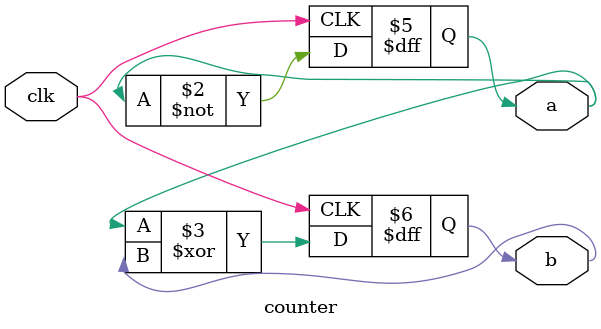
<source format=v>
module counter(clk, a, b);
   input clk;
   output reg a,b;

   initial begin
      a = 0;
      b = 0;
   end
   
   always @ (posedge clk)
     begin
	a <= ~a;
	b <= a ^ b;
     end
endmodule // counter


</source>
